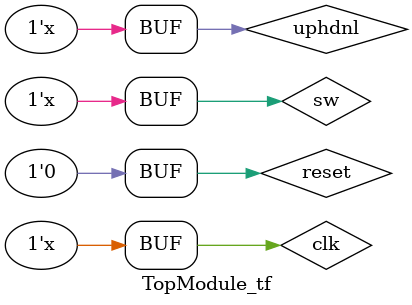
<source format=v>
`timescale 1ns / 1ps

module TopModule_tf;

	// Inputs
	reg clk;
	reg reset;
	reg sw;
	reg uphdnl;

	// Outputs
	wire a;
	wire b;
	wire c;
	wire d;
	wire e;
	wire f;
	wire g;
	wire aa7;
	wire aa6;
	wire aa5;
	wire aa4;
	wire aa3;
	wire aa2;
	wire aa1;
	wire aa0;

	// Instantiate the Unit Under Test (UUT)
	TopModule uut (
		.clk(clk), 
		.reset(reset), 
		.sw(sw), 
		.uphdnl(uphdnl), 
		.a(a), 
		.b(b), 
		.c(c), 
		.d(d), 
		.e(e), 
		.f(f), 
		.g(g), 
		.aa7(aa7), 
		.aa6(aa6), 
		.aa5(aa5), 
		.aa4(aa4), 
		.aa3(aa3), 
		.aa2(aa2), 
		.aa1(aa1), 
		.aa0(aa0)
	);

	always #5 clk = ~clk;
	
	initial begin
		// Initialize Inputs
		clk = 0;
		reset = 1;
		sw = 0;
		uphdnl = 1;

		// Wait 100 ns for global reset to finish
		#100 reset = 0;
        
		// Add stimulus here

	end
	
	always begin 
		#30000000  sw = ~sw;
		end
	always 
		#30000000 uphdnl = ~uphdnl;

      
endmodule


</source>
